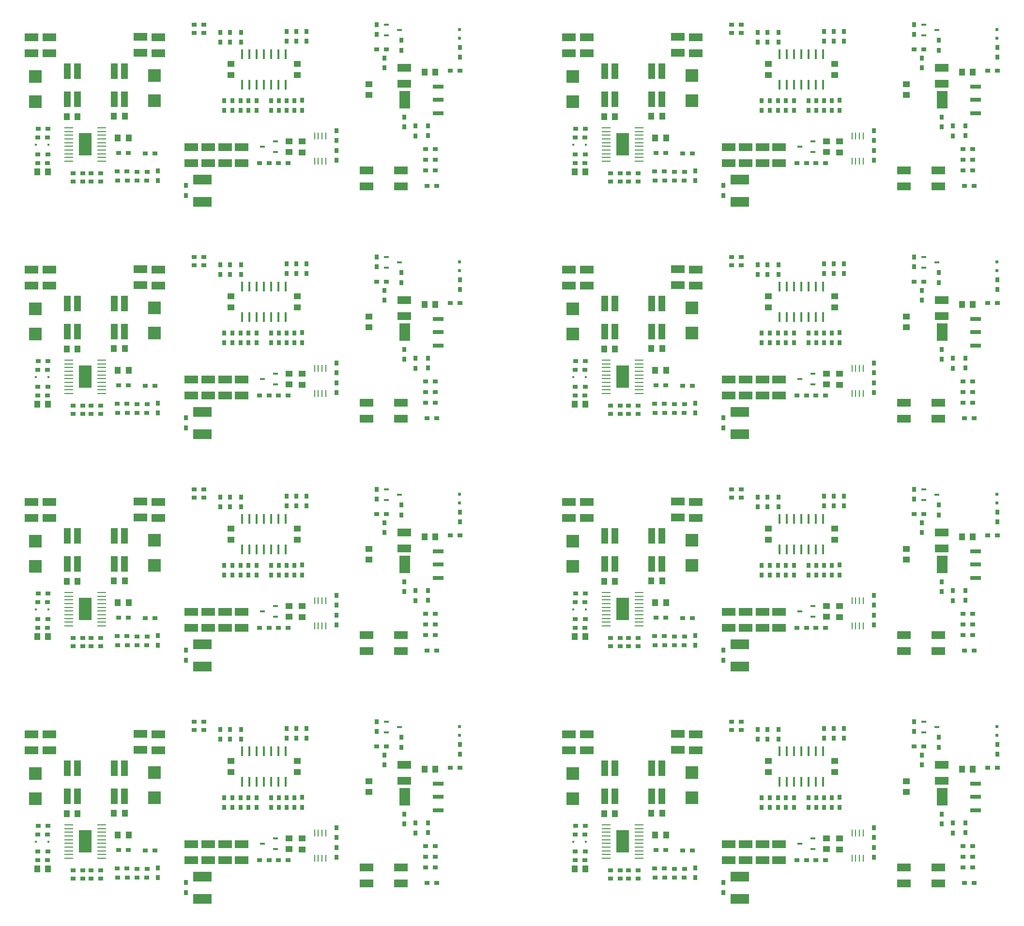
<source format=gbr>
G04 DipTrace 2.4.0.2*
%INTopPaste.gbr*%
%MOIN*%
%ADD48R,0.0156X0.0707*%
%ADD50R,0.0077X0.0471*%
%ADD52R,0.0766X0.1199*%
%ADD54R,0.0766X0.0294*%
%ADD56R,0.0904X0.1573*%
%ADD58R,0.0628X0.0077*%
%ADD60R,0.0471X0.1101*%
%ADD62R,0.0333X0.0176*%
%ADD68R,0.1258X0.0668*%
%ADD70R,0.0235X0.0235*%
%ADD72R,0.0156X0.0156*%
%ADD74R,0.0865X0.0865*%
%ADD76R,0.0313X0.0353*%
%ADD78R,0.051X0.0431*%
%ADD80R,0.0431X0.051*%
%ADD82R,0.0983X0.055*%
%ADD84R,0.0353X0.0313*%
%FSLAX44Y44*%
G04*
G70*
G90*
G75*
G01*
%LNTopPaste*%
%LPD*%
D84*
X9803Y7233D3*
X10472D3*
D82*
X16690Y8491D3*
Y9594D3*
X17861Y8491D3*
Y9594D3*
X19019Y8497D3*
Y9600D3*
X20170Y8497D3*
Y9600D3*
D84*
X11632Y7275D3*
X12302D3*
D80*
X6848Y7903D3*
X6100D3*
D84*
X11614Y7917D3*
X12283D3*
D80*
X11647Y10220D3*
X12395D3*
D78*
X24330Y9235D3*
Y9983D3*
X23432Y9251D3*
Y9999D3*
D82*
X13206Y16086D3*
Y17189D3*
X14424Y16068D3*
Y17171D3*
D80*
X8126Y11702D3*
X8874D3*
X11378Y11720D3*
X12126D3*
D76*
X19538Y12129D3*
Y12798D3*
X19380Y16817D3*
Y17486D3*
D82*
X6926Y17161D3*
Y16058D3*
X5706Y17165D3*
Y16062D3*
D76*
X23809Y12129D3*
Y12798D3*
X23943Y16897D3*
Y17567D3*
D80*
X33507Y14767D3*
X32759D3*
D82*
X31378Y13942D3*
Y15044D3*
D76*
X32128Y11042D3*
Y10373D3*
D78*
X19447Y14566D3*
Y15314D3*
X23993Y14566D3*
Y15314D3*
D82*
X28753Y6878D3*
Y7980D3*
X31128Y6878D3*
Y7980D3*
D78*
X28940Y13190D3*
Y13938D3*
D74*
X5985Y14454D3*
Y12722D3*
X14177Y14539D3*
Y12807D3*
D72*
X6855Y9743D3*
X5988D3*
D70*
X35180Y17690D3*
Y17100D3*
D68*
X17464Y5810D3*
Y7346D3*
D62*
X30141Y18035D3*
Y17287D3*
X31046Y17661D3*
D84*
X9249Y7797D3*
X8580D3*
X9245Y7233D3*
X8576D3*
X10473Y7802D3*
X9803D3*
D76*
X14396Y7950D3*
Y7281D3*
D84*
X13652Y7900D3*
X12982D3*
X13650Y7283D3*
X12980D3*
X6139Y8502D3*
X6808D3*
X11690Y9190D3*
X12359D3*
X6151Y9087D3*
X6820D3*
X14197Y9144D3*
X13528D3*
X6145Y10268D3*
X6814D3*
X6159Y10854D3*
X6828D3*
X22690Y8503D3*
X23359D3*
X22065D3*
X21396D3*
D76*
X26693Y10066D3*
Y10735D3*
Y8691D3*
Y9360D3*
X20101Y12129D3*
Y12798D3*
X21200Y12129D3*
Y12798D3*
X18976Y12804D3*
Y12135D3*
X20130Y17504D3*
Y16835D3*
X20636Y12129D3*
Y12798D3*
X18692Y16817D3*
Y17486D3*
X23278Y12129D3*
Y12798D3*
X22192Y12129D3*
Y12798D3*
X24348Y12808D3*
Y12139D3*
X23255Y17548D3*
Y16879D3*
X22736Y12129D3*
Y12798D3*
X24630Y16879D3*
Y17548D3*
X29999Y15064D3*
Y15733D3*
D84*
X29462Y16312D3*
X30131D3*
X34531Y14846D3*
X35200D3*
D76*
X33003Y10391D3*
Y11060D3*
X31378Y10998D3*
Y11667D3*
X29481Y18035D3*
Y17365D3*
D84*
X17562Y17444D3*
X16893D3*
Y18035D3*
X17562D3*
X32940Y6940D3*
X33609D3*
X33503Y8003D3*
X32833D3*
D76*
X16342Y6273D3*
Y6942D3*
D84*
X33507Y8714D3*
X32838D3*
X33507Y9472D3*
X32838D3*
D76*
X31165Y16273D3*
Y16942D3*
X35190Y15781D3*
Y16450D3*
D60*
X8155Y12894D3*
X8863D3*
Y14823D3*
X8155D3*
X11388Y12886D3*
X12097D3*
Y14815D3*
X11388D3*
D58*
X10546Y8625D3*
Y8881D3*
Y9137D3*
Y9393D3*
Y9649D3*
Y9905D3*
Y10160D3*
Y10416D3*
Y10672D3*
Y10928D3*
X8262D3*
Y10672D3*
Y10416D3*
Y10160D3*
Y9905D3*
Y9649D3*
Y9393D3*
Y9137D3*
Y8881D3*
Y8625D3*
D56*
X9404Y9777D3*
D54*
X33690Y11935D3*
Y12841D3*
Y13746D3*
D52*
X31407Y12841D3*
D50*
X25193Y8628D3*
X25449D3*
X25705D3*
X25961D3*
Y10360D3*
X25705D3*
X25449D3*
X25193D3*
D62*
X22505Y9253D3*
Y10001D3*
X21600Y9627D3*
D48*
X20192Y13879D3*
X20692D3*
X21192D3*
X21692D3*
X22192D3*
X22692D3*
X23192D3*
Y16005D3*
X22692D3*
X22192D3*
X21692D3*
X21192D3*
X20692D3*
X20192D3*
D84*
X46803Y7233D3*
X47472D3*
D82*
X53690Y8491D3*
Y9594D3*
X54861Y8491D3*
Y9594D3*
X56019Y8497D3*
Y9600D3*
X57170Y8497D3*
Y9600D3*
D84*
X48632Y7275D3*
X49302D3*
D80*
X43848Y7903D3*
X43100D3*
D84*
X48614Y7917D3*
X49283D3*
D80*
X48647Y10220D3*
X49395D3*
D78*
X61330Y9235D3*
Y9983D3*
X60432Y9251D3*
Y9999D3*
D82*
X50206Y16086D3*
Y17189D3*
X51424Y16068D3*
Y17171D3*
D80*
X45126Y11702D3*
X45874D3*
X48378Y11720D3*
X49126D3*
D76*
X56538Y12129D3*
Y12798D3*
X56380Y16817D3*
Y17486D3*
D82*
X43926Y17161D3*
Y16058D3*
X42706Y17165D3*
Y16062D3*
D76*
X60809Y12129D3*
Y12798D3*
X60943Y16897D3*
Y17567D3*
D80*
X70507Y14767D3*
X69759D3*
D82*
X68378Y13942D3*
Y15044D3*
D76*
X69128Y11042D3*
Y10373D3*
D78*
X56447Y14566D3*
Y15314D3*
X60993Y14566D3*
Y15314D3*
D82*
X65753Y6878D3*
Y7980D3*
X68128Y6878D3*
Y7980D3*
D78*
X65940Y13190D3*
Y13938D3*
D74*
X42985Y14454D3*
Y12722D3*
X51177Y14539D3*
Y12807D3*
D72*
X43855Y9743D3*
X42988D3*
D70*
X72180Y17690D3*
Y17100D3*
D68*
X54464Y5810D3*
Y7346D3*
D62*
X67141Y18035D3*
Y17287D3*
X68046Y17661D3*
D84*
X46249Y7797D3*
X45580D3*
X46245Y7233D3*
X45576D3*
X47473Y7802D3*
X46803D3*
D76*
X51396Y7950D3*
Y7281D3*
D84*
X50652Y7900D3*
X49982D3*
X50650Y7283D3*
X49980D3*
X43139Y8502D3*
X43808D3*
X48690Y9190D3*
X49359D3*
X43151Y9087D3*
X43820D3*
X51197Y9144D3*
X50528D3*
X43145Y10268D3*
X43814D3*
X43159Y10854D3*
X43828D3*
X59690Y8503D3*
X60359D3*
X59065D3*
X58396D3*
D76*
X63693Y10066D3*
Y10735D3*
Y8691D3*
Y9360D3*
X57101Y12129D3*
Y12798D3*
X58200Y12129D3*
Y12798D3*
X55976Y12804D3*
Y12135D3*
X57130Y17504D3*
Y16835D3*
X57636Y12129D3*
Y12798D3*
X55692Y16817D3*
Y17486D3*
X60278Y12129D3*
Y12798D3*
X59192Y12129D3*
Y12798D3*
X61348Y12808D3*
Y12139D3*
X60255Y17548D3*
Y16879D3*
X59736Y12129D3*
Y12798D3*
X61630Y16879D3*
Y17548D3*
X66999Y15064D3*
Y15733D3*
D84*
X66462Y16312D3*
X67131D3*
X71531Y14846D3*
X72200D3*
D76*
X70003Y10391D3*
Y11060D3*
X68378Y10998D3*
Y11667D3*
X66481Y18035D3*
Y17365D3*
D84*
X54562Y17444D3*
X53893D3*
Y18035D3*
X54562D3*
X69940Y6940D3*
X70609D3*
X70503Y8003D3*
X69833D3*
D76*
X53342Y6273D3*
Y6942D3*
D84*
X70507Y8714D3*
X69838D3*
X70507Y9472D3*
X69838D3*
D76*
X68165Y16273D3*
Y16942D3*
X72190Y15781D3*
Y16450D3*
D60*
X45155Y12894D3*
X45863D3*
Y14823D3*
X45155D3*
X48388Y12886D3*
X49097D3*
Y14815D3*
X48388D3*
D58*
X47546Y8625D3*
Y8881D3*
Y9137D3*
Y9393D3*
Y9649D3*
Y9905D3*
Y10160D3*
Y10416D3*
Y10672D3*
Y10928D3*
X45262D3*
Y10672D3*
Y10416D3*
Y10160D3*
Y9905D3*
Y9649D3*
Y9393D3*
Y9137D3*
Y8881D3*
Y8625D3*
D56*
X46404Y9777D3*
D54*
X70690Y11935D3*
Y12841D3*
Y13746D3*
D52*
X68407Y12841D3*
D50*
X62193Y8628D3*
X62449D3*
X62705D3*
X62961D3*
Y10360D3*
X62705D3*
X62449D3*
X62193D3*
D62*
X59505Y9253D3*
Y10001D3*
X58600Y9627D3*
D48*
X57192Y13879D3*
X57692D3*
X58192D3*
X58692D3*
X59192D3*
X59692D3*
X60192D3*
Y16005D3*
X59692D3*
X59192D3*
X58692D3*
X58192D3*
X57692D3*
X57192D3*
D84*
X9803Y23233D3*
X10472D3*
D82*
X16690Y24491D3*
Y25594D3*
X17861Y24491D3*
Y25594D3*
X19019Y24497D3*
Y25600D3*
X20170Y24497D3*
Y25600D3*
D84*
X11632Y23275D3*
X12302D3*
D80*
X6848Y23903D3*
X6100D3*
D84*
X11614Y23917D3*
X12283D3*
D80*
X11647Y26220D3*
X12395D3*
D78*
X24330Y25235D3*
Y25983D3*
X23432Y25251D3*
Y25999D3*
D82*
X13206Y32086D3*
Y33189D3*
X14424Y32068D3*
Y33171D3*
D80*
X8126Y27702D3*
X8874D3*
X11378Y27720D3*
X12126D3*
D76*
X19538Y28129D3*
Y28798D3*
X19380Y32817D3*
Y33486D3*
D82*
X6926Y33161D3*
Y32058D3*
X5706Y33165D3*
Y32062D3*
D76*
X23809Y28129D3*
Y28798D3*
X23943Y32897D3*
Y33567D3*
D80*
X33507Y30767D3*
X32759D3*
D82*
X31378Y29942D3*
Y31044D3*
D76*
X32128Y27042D3*
Y26373D3*
D78*
X19447Y30566D3*
Y31314D3*
X23993Y30566D3*
Y31314D3*
D82*
X28753Y22878D3*
Y23980D3*
X31128Y22878D3*
Y23980D3*
D78*
X28940Y29190D3*
Y29938D3*
D74*
X5985Y30454D3*
Y28722D3*
X14177Y30539D3*
Y28807D3*
D72*
X6855Y25743D3*
X5988D3*
D70*
X35180Y33690D3*
Y33100D3*
D68*
X17464Y21810D3*
Y23346D3*
D62*
X30141Y34035D3*
Y33287D3*
X31046Y33661D3*
D84*
X9249Y23797D3*
X8580D3*
X9245Y23233D3*
X8576D3*
X10473Y23802D3*
X9803D3*
D76*
X14396Y23950D3*
Y23281D3*
D84*
X13652Y23900D3*
X12982D3*
X13650Y23283D3*
X12980D3*
X6139Y24502D3*
X6808D3*
X11690Y25190D3*
X12359D3*
X6151Y25087D3*
X6820D3*
X14197Y25144D3*
X13528D3*
X6145Y26268D3*
X6814D3*
X6159Y26854D3*
X6828D3*
X22690Y24503D3*
X23359D3*
X22065D3*
X21396D3*
D76*
X26693Y26066D3*
Y26735D3*
Y24691D3*
Y25360D3*
X20101Y28129D3*
Y28798D3*
X21200Y28129D3*
Y28798D3*
X18976Y28804D3*
Y28135D3*
X20130Y33504D3*
Y32835D3*
X20636Y28129D3*
Y28798D3*
X18692Y32817D3*
Y33486D3*
X23278Y28129D3*
Y28798D3*
X22192Y28129D3*
Y28798D3*
X24348Y28808D3*
Y28139D3*
X23255Y33548D3*
Y32879D3*
X22736Y28129D3*
Y28798D3*
X24630Y32879D3*
Y33548D3*
X29999Y31064D3*
Y31733D3*
D84*
X29462Y32312D3*
X30131D3*
X34531Y30846D3*
X35200D3*
D76*
X33003Y26391D3*
Y27060D3*
X31378Y26998D3*
Y27667D3*
X29481Y34035D3*
Y33365D3*
D84*
X17562Y33444D3*
X16893D3*
Y34035D3*
X17562D3*
X32940Y22940D3*
X33609D3*
X33503Y24003D3*
X32833D3*
D76*
X16342Y22273D3*
Y22942D3*
D84*
X33507Y24714D3*
X32838D3*
X33507Y25472D3*
X32838D3*
D76*
X31165Y32273D3*
Y32942D3*
X35190Y31781D3*
Y32450D3*
D60*
X8155Y28894D3*
X8863D3*
Y30823D3*
X8155D3*
X11388Y28886D3*
X12097D3*
Y30815D3*
X11388D3*
D58*
X10546Y24625D3*
Y24881D3*
Y25137D3*
Y25393D3*
Y25649D3*
Y25905D3*
Y26160D3*
Y26416D3*
Y26672D3*
Y26928D3*
X8262D3*
Y26672D3*
Y26416D3*
Y26160D3*
Y25905D3*
Y25649D3*
Y25393D3*
Y25137D3*
Y24881D3*
Y24625D3*
D56*
X9404Y25777D3*
D54*
X33690Y27935D3*
Y28841D3*
Y29746D3*
D52*
X31407Y28841D3*
D50*
X25193Y24628D3*
X25449D3*
X25705D3*
X25961D3*
Y26360D3*
X25705D3*
X25449D3*
X25193D3*
D62*
X22505Y25253D3*
Y26001D3*
X21600Y25627D3*
D48*
X20192Y29879D3*
X20692D3*
X21192D3*
X21692D3*
X22192D3*
X22692D3*
X23192D3*
Y32005D3*
X22692D3*
X22192D3*
X21692D3*
X21192D3*
X20692D3*
X20192D3*
D84*
X46803Y23233D3*
X47472D3*
D82*
X53690Y24491D3*
Y25594D3*
X54861Y24491D3*
Y25594D3*
X56019Y24497D3*
Y25600D3*
X57170Y24497D3*
Y25600D3*
D84*
X48632Y23275D3*
X49302D3*
D80*
X43848Y23903D3*
X43100D3*
D84*
X48614Y23917D3*
X49283D3*
D80*
X48647Y26220D3*
X49395D3*
D78*
X61330Y25235D3*
Y25983D3*
X60432Y25251D3*
Y25999D3*
D82*
X50206Y32086D3*
Y33189D3*
X51424Y32068D3*
Y33171D3*
D80*
X45126Y27702D3*
X45874D3*
X48378Y27720D3*
X49126D3*
D76*
X56538Y28129D3*
Y28798D3*
X56380Y32817D3*
Y33486D3*
D82*
X43926Y33161D3*
Y32058D3*
X42706Y33165D3*
Y32062D3*
D76*
X60809Y28129D3*
Y28798D3*
X60943Y32897D3*
Y33567D3*
D80*
X70507Y30767D3*
X69759D3*
D82*
X68378Y29942D3*
Y31044D3*
D76*
X69128Y27042D3*
Y26373D3*
D78*
X56447Y30566D3*
Y31314D3*
X60993Y30566D3*
Y31314D3*
D82*
X65753Y22878D3*
Y23980D3*
X68128Y22878D3*
Y23980D3*
D78*
X65940Y29190D3*
Y29938D3*
D74*
X42985Y30454D3*
Y28722D3*
X51177Y30539D3*
Y28807D3*
D72*
X43855Y25743D3*
X42988D3*
D70*
X72180Y33690D3*
Y33100D3*
D68*
X54464Y21810D3*
Y23346D3*
D62*
X67141Y34035D3*
Y33287D3*
X68046Y33661D3*
D84*
X46249Y23797D3*
X45580D3*
X46245Y23233D3*
X45576D3*
X47473Y23802D3*
X46803D3*
D76*
X51396Y23950D3*
Y23281D3*
D84*
X50652Y23900D3*
X49982D3*
X50650Y23283D3*
X49980D3*
X43139Y24502D3*
X43808D3*
X48690Y25190D3*
X49359D3*
X43151Y25087D3*
X43820D3*
X51197Y25144D3*
X50528D3*
X43145Y26268D3*
X43814D3*
X43159Y26854D3*
X43828D3*
X59690Y24503D3*
X60359D3*
X59065D3*
X58396D3*
D76*
X63693Y26066D3*
Y26735D3*
Y24691D3*
Y25360D3*
X57101Y28129D3*
Y28798D3*
X58200Y28129D3*
Y28798D3*
X55976Y28804D3*
Y28135D3*
X57130Y33504D3*
Y32835D3*
X57636Y28129D3*
Y28798D3*
X55692Y32817D3*
Y33486D3*
X60278Y28129D3*
Y28798D3*
X59192Y28129D3*
Y28798D3*
X61348Y28808D3*
Y28139D3*
X60255Y33548D3*
Y32879D3*
X59736Y28129D3*
Y28798D3*
X61630Y32879D3*
Y33548D3*
X66999Y31064D3*
Y31733D3*
D84*
X66462Y32312D3*
X67131D3*
X71531Y30846D3*
X72200D3*
D76*
X70003Y26391D3*
Y27060D3*
X68378Y26998D3*
Y27667D3*
X66481Y34035D3*
Y33365D3*
D84*
X54562Y33444D3*
X53893D3*
Y34035D3*
X54562D3*
X69940Y22940D3*
X70609D3*
X70503Y24003D3*
X69833D3*
D76*
X53342Y22273D3*
Y22942D3*
D84*
X70507Y24714D3*
X69838D3*
X70507Y25472D3*
X69838D3*
D76*
X68165Y32273D3*
Y32942D3*
X72190Y31781D3*
Y32450D3*
D60*
X45155Y28894D3*
X45863D3*
Y30823D3*
X45155D3*
X48388Y28886D3*
X49097D3*
Y30815D3*
X48388D3*
D58*
X47546Y24625D3*
Y24881D3*
Y25137D3*
Y25393D3*
Y25649D3*
Y25905D3*
Y26160D3*
Y26416D3*
Y26672D3*
Y26928D3*
X45262D3*
Y26672D3*
Y26416D3*
Y26160D3*
Y25905D3*
Y25649D3*
Y25393D3*
Y25137D3*
Y24881D3*
Y24625D3*
D56*
X46404Y25777D3*
D54*
X70690Y27935D3*
Y28841D3*
Y29746D3*
D52*
X68407Y28841D3*
D50*
X62193Y24628D3*
X62449D3*
X62705D3*
X62961D3*
Y26360D3*
X62705D3*
X62449D3*
X62193D3*
D62*
X59505Y25253D3*
Y26001D3*
X58600Y25627D3*
D48*
X57192Y29879D3*
X57692D3*
X58192D3*
X58692D3*
X59192D3*
X59692D3*
X60192D3*
Y32005D3*
X59692D3*
X59192D3*
X58692D3*
X58192D3*
X57692D3*
X57192D3*
D84*
X9803Y39233D3*
X10472D3*
D82*
X16690Y40491D3*
Y41594D3*
X17861Y40491D3*
Y41594D3*
X19019Y40497D3*
Y41600D3*
X20170Y40497D3*
Y41600D3*
D84*
X11632Y39275D3*
X12302D3*
D80*
X6848Y39903D3*
X6100D3*
D84*
X11614Y39917D3*
X12283D3*
D80*
X11647Y42220D3*
X12395D3*
D78*
X24330Y41235D3*
Y41983D3*
X23432Y41251D3*
Y41999D3*
D82*
X13206Y48086D3*
Y49189D3*
X14424Y48068D3*
Y49171D3*
D80*
X8126Y43702D3*
X8874D3*
X11378Y43720D3*
X12126D3*
D76*
X19538Y44129D3*
Y44798D3*
X19380Y48817D3*
Y49486D3*
D82*
X6926Y49161D3*
Y48058D3*
X5706Y49165D3*
Y48062D3*
D76*
X23809Y44129D3*
Y44798D3*
X23943Y48897D3*
Y49567D3*
D80*
X33507Y46767D3*
X32759D3*
D82*
X31378Y45942D3*
Y47044D3*
D76*
X32128Y43042D3*
Y42373D3*
D78*
X19447Y46566D3*
Y47314D3*
X23993Y46566D3*
Y47314D3*
D82*
X28753Y38878D3*
Y39980D3*
X31128Y38878D3*
Y39980D3*
D78*
X28940Y45190D3*
Y45938D3*
D74*
X5985Y46454D3*
Y44722D3*
X14177Y46539D3*
Y44807D3*
D72*
X6855Y41743D3*
X5988D3*
D70*
X35180Y49690D3*
Y49100D3*
D68*
X17464Y37810D3*
Y39346D3*
D62*
X30141Y50035D3*
Y49287D3*
X31046Y49661D3*
D84*
X9249Y39797D3*
X8580D3*
X9245Y39233D3*
X8576D3*
X10473Y39802D3*
X9803D3*
D76*
X14396Y39950D3*
Y39281D3*
D84*
X13652Y39900D3*
X12982D3*
X13650Y39283D3*
X12980D3*
X6139Y40502D3*
X6808D3*
X11690Y41190D3*
X12359D3*
X6151Y41087D3*
X6820D3*
X14197Y41144D3*
X13528D3*
X6145Y42268D3*
X6814D3*
X6159Y42854D3*
X6828D3*
X22690Y40503D3*
X23359D3*
X22065D3*
X21396D3*
D76*
X26693Y42066D3*
Y42735D3*
Y40691D3*
Y41360D3*
X20101Y44129D3*
Y44798D3*
X21200Y44129D3*
Y44798D3*
X18976Y44804D3*
Y44135D3*
X20130Y49504D3*
Y48835D3*
X20636Y44129D3*
Y44798D3*
X18692Y48817D3*
Y49486D3*
X23278Y44129D3*
Y44798D3*
X22192Y44129D3*
Y44798D3*
X24348Y44808D3*
Y44139D3*
X23255Y49548D3*
Y48879D3*
X22736Y44129D3*
Y44798D3*
X24630Y48879D3*
Y49548D3*
X29999Y47064D3*
Y47733D3*
D84*
X29462Y48312D3*
X30131D3*
X34531Y46846D3*
X35200D3*
D76*
X33003Y42391D3*
Y43060D3*
X31378Y42998D3*
Y43667D3*
X29481Y50035D3*
Y49365D3*
D84*
X17562Y49444D3*
X16893D3*
Y50035D3*
X17562D3*
X32940Y38940D3*
X33609D3*
X33503Y40003D3*
X32833D3*
D76*
X16342Y38273D3*
Y38942D3*
D84*
X33507Y40714D3*
X32838D3*
X33507Y41472D3*
X32838D3*
D76*
X31165Y48273D3*
Y48942D3*
X35190Y47781D3*
Y48450D3*
D60*
X8155Y44894D3*
X8863D3*
Y46823D3*
X8155D3*
X11388Y44886D3*
X12097D3*
Y46815D3*
X11388D3*
D58*
X10546Y40625D3*
Y40881D3*
Y41137D3*
Y41393D3*
Y41649D3*
Y41905D3*
Y42160D3*
Y42416D3*
Y42672D3*
Y42928D3*
X8262D3*
Y42672D3*
Y42416D3*
Y42160D3*
Y41905D3*
Y41649D3*
Y41393D3*
Y41137D3*
Y40881D3*
Y40625D3*
D56*
X9404Y41777D3*
D54*
X33690Y43935D3*
Y44841D3*
Y45746D3*
D52*
X31407Y44841D3*
D50*
X25193Y40628D3*
X25449D3*
X25705D3*
X25961D3*
Y42360D3*
X25705D3*
X25449D3*
X25193D3*
D62*
X22505Y41253D3*
Y42001D3*
X21600Y41627D3*
D48*
X20192Y45879D3*
X20692D3*
X21192D3*
X21692D3*
X22192D3*
X22692D3*
X23192D3*
Y48005D3*
X22692D3*
X22192D3*
X21692D3*
X21192D3*
X20692D3*
X20192D3*
D84*
X46803Y39233D3*
X47472D3*
D82*
X53690Y40491D3*
Y41594D3*
X54861Y40491D3*
Y41594D3*
X56019Y40497D3*
Y41600D3*
X57170Y40497D3*
Y41600D3*
D84*
X48632Y39275D3*
X49302D3*
D80*
X43848Y39903D3*
X43100D3*
D84*
X48614Y39917D3*
X49283D3*
D80*
X48647Y42220D3*
X49395D3*
D78*
X61330Y41235D3*
Y41983D3*
X60432Y41251D3*
Y41999D3*
D82*
X50206Y48086D3*
Y49189D3*
X51424Y48068D3*
Y49171D3*
D80*
X45126Y43702D3*
X45874D3*
X48378Y43720D3*
X49126D3*
D76*
X56538Y44129D3*
Y44798D3*
X56380Y48817D3*
Y49486D3*
D82*
X43926Y49161D3*
Y48058D3*
X42706Y49165D3*
Y48062D3*
D76*
X60809Y44129D3*
Y44798D3*
X60943Y48897D3*
Y49567D3*
D80*
X70507Y46767D3*
X69759D3*
D82*
X68378Y45942D3*
Y47044D3*
D76*
X69128Y43042D3*
Y42373D3*
D78*
X56447Y46566D3*
Y47314D3*
X60993Y46566D3*
Y47314D3*
D82*
X65753Y38878D3*
Y39980D3*
X68128Y38878D3*
Y39980D3*
D78*
X65940Y45190D3*
Y45938D3*
D74*
X42985Y46454D3*
Y44722D3*
X51177Y46539D3*
Y44807D3*
D72*
X43855Y41743D3*
X42988D3*
D70*
X72180Y49690D3*
Y49100D3*
D68*
X54464Y37810D3*
Y39346D3*
D62*
X67141Y50035D3*
Y49287D3*
X68046Y49661D3*
D84*
X46249Y39797D3*
X45580D3*
X46245Y39233D3*
X45576D3*
X47473Y39802D3*
X46803D3*
D76*
X51396Y39950D3*
Y39281D3*
D84*
X50652Y39900D3*
X49982D3*
X50650Y39283D3*
X49980D3*
X43139Y40502D3*
X43808D3*
X48690Y41190D3*
X49359D3*
X43151Y41087D3*
X43820D3*
X51197Y41144D3*
X50528D3*
X43145Y42268D3*
X43814D3*
X43159Y42854D3*
X43828D3*
X59690Y40503D3*
X60359D3*
X59065D3*
X58396D3*
D76*
X63693Y42066D3*
Y42735D3*
Y40691D3*
Y41360D3*
X57101Y44129D3*
Y44798D3*
X58200Y44129D3*
Y44798D3*
X55976Y44804D3*
Y44135D3*
X57130Y49504D3*
Y48835D3*
X57636Y44129D3*
Y44798D3*
X55692Y48817D3*
Y49486D3*
X60278Y44129D3*
Y44798D3*
X59192Y44129D3*
Y44798D3*
X61348Y44808D3*
Y44139D3*
X60255Y49548D3*
Y48879D3*
X59736Y44129D3*
Y44798D3*
X61630Y48879D3*
Y49548D3*
X66999Y47064D3*
Y47733D3*
D84*
X66462Y48312D3*
X67131D3*
X71531Y46846D3*
X72200D3*
D76*
X70003Y42391D3*
Y43060D3*
X68378Y42998D3*
Y43667D3*
X66481Y50035D3*
Y49365D3*
D84*
X54562Y49444D3*
X53893D3*
Y50035D3*
X54562D3*
X69940Y38940D3*
X70609D3*
X70503Y40003D3*
X69833D3*
D76*
X53342Y38273D3*
Y38942D3*
D84*
X70507Y40714D3*
X69838D3*
X70507Y41472D3*
X69838D3*
D76*
X68165Y48273D3*
Y48942D3*
X72190Y47781D3*
Y48450D3*
D60*
X45155Y44894D3*
X45863D3*
Y46823D3*
X45155D3*
X48388Y44886D3*
X49097D3*
Y46815D3*
X48388D3*
D58*
X47546Y40625D3*
Y40881D3*
Y41137D3*
Y41393D3*
Y41649D3*
Y41905D3*
Y42160D3*
Y42416D3*
Y42672D3*
Y42928D3*
X45262D3*
Y42672D3*
Y42416D3*
Y42160D3*
Y41905D3*
Y41649D3*
Y41393D3*
Y41137D3*
Y40881D3*
Y40625D3*
D56*
X46404Y41777D3*
D54*
X70690Y43935D3*
Y44841D3*
Y45746D3*
D52*
X68407Y44841D3*
D50*
X62193Y40628D3*
X62449D3*
X62705D3*
X62961D3*
Y42360D3*
X62705D3*
X62449D3*
X62193D3*
D62*
X59505Y41253D3*
Y42001D3*
X58600Y41627D3*
D48*
X57192Y45879D3*
X57692D3*
X58192D3*
X58692D3*
X59192D3*
X59692D3*
X60192D3*
Y48005D3*
X59692D3*
X59192D3*
X58692D3*
X58192D3*
X57692D3*
X57192D3*
D84*
X9803Y55233D3*
X10472D3*
D82*
X16690Y56491D3*
Y57594D3*
X17861Y56491D3*
Y57594D3*
X19019Y56497D3*
Y57600D3*
X20170Y56497D3*
Y57600D3*
D84*
X11632Y55275D3*
X12302D3*
D80*
X6848Y55903D3*
X6100D3*
D84*
X11614Y55917D3*
X12283D3*
D80*
X11647Y58220D3*
X12395D3*
D78*
X24330Y57235D3*
Y57983D3*
X23432Y57251D3*
Y57999D3*
D82*
X13206Y64086D3*
Y65189D3*
X14424Y64068D3*
Y65171D3*
D80*
X8126Y59702D3*
X8874D3*
X11378Y59720D3*
X12126D3*
D76*
X19538Y60129D3*
Y60798D3*
X19380Y64817D3*
Y65486D3*
D82*
X6926Y65161D3*
Y64058D3*
X5706Y65165D3*
Y64062D3*
D76*
X23809Y60129D3*
Y60798D3*
X23943Y64897D3*
Y65567D3*
D80*
X33507Y62767D3*
X32759D3*
D82*
X31378Y61942D3*
Y63044D3*
D76*
X32128Y59042D3*
Y58373D3*
D78*
X19447Y62566D3*
Y63314D3*
X23993Y62566D3*
Y63314D3*
D82*
X28753Y54878D3*
Y55980D3*
X31128Y54878D3*
Y55980D3*
D78*
X28940Y61190D3*
Y61938D3*
D74*
X5985Y62454D3*
Y60722D3*
X14177Y62539D3*
Y60807D3*
D72*
X6855Y57743D3*
X5988D3*
D70*
X35180Y65690D3*
Y65100D3*
D68*
X17464Y53810D3*
Y55346D3*
D62*
X30141Y66035D3*
Y65287D3*
X31046Y65661D3*
D84*
X9249Y55797D3*
X8580D3*
X9245Y55233D3*
X8576D3*
X10473Y55802D3*
X9803D3*
D76*
X14396Y55950D3*
Y55281D3*
D84*
X13652Y55900D3*
X12982D3*
X13650Y55283D3*
X12980D3*
X6139Y56502D3*
X6808D3*
X11690Y57190D3*
X12359D3*
X6151Y57087D3*
X6820D3*
X14197Y57144D3*
X13528D3*
X6145Y58268D3*
X6814D3*
X6159Y58854D3*
X6828D3*
X22690Y56503D3*
X23359D3*
X22065D3*
X21396D3*
D76*
X26693Y58066D3*
Y58735D3*
Y56691D3*
Y57360D3*
X20101Y60129D3*
Y60798D3*
X21200Y60129D3*
Y60798D3*
X18976Y60804D3*
Y60135D3*
X20130Y65504D3*
Y64835D3*
X20636Y60129D3*
Y60798D3*
X18692Y64817D3*
Y65486D3*
X23278Y60129D3*
Y60798D3*
X22192Y60129D3*
Y60798D3*
X24348Y60808D3*
Y60139D3*
X23255Y65548D3*
Y64879D3*
X22736Y60129D3*
Y60798D3*
X24630Y64879D3*
Y65548D3*
X29999Y63064D3*
Y63733D3*
D84*
X29462Y64312D3*
X30131D3*
X34531Y62846D3*
X35200D3*
D76*
X33003Y58391D3*
Y59060D3*
X31378Y58998D3*
Y59667D3*
X29481Y66035D3*
Y65365D3*
D84*
X17562Y65444D3*
X16893D3*
Y66035D3*
X17562D3*
X32940Y54940D3*
X33609D3*
X33503Y56003D3*
X32833D3*
D76*
X16342Y54273D3*
Y54942D3*
D84*
X33507Y56714D3*
X32838D3*
X33507Y57472D3*
X32838D3*
D76*
X31165Y64273D3*
Y64942D3*
X35190Y63781D3*
Y64450D3*
D60*
X8155Y60894D3*
X8863D3*
Y62823D3*
X8155D3*
X11388Y60886D3*
X12097D3*
Y62815D3*
X11388D3*
D58*
X10546Y56625D3*
Y56881D3*
Y57137D3*
Y57393D3*
Y57649D3*
Y57905D3*
Y58160D3*
Y58416D3*
Y58672D3*
Y58928D3*
X8262D3*
Y58672D3*
Y58416D3*
Y58160D3*
Y57905D3*
Y57649D3*
Y57393D3*
Y57137D3*
Y56881D3*
Y56625D3*
D56*
X9404Y57777D3*
D54*
X33690Y59935D3*
Y60841D3*
Y61746D3*
D52*
X31407Y60841D3*
D50*
X25193Y56628D3*
X25449D3*
X25705D3*
X25961D3*
Y58360D3*
X25705D3*
X25449D3*
X25193D3*
D62*
X22505Y57253D3*
Y58001D3*
X21600Y57627D3*
D48*
X20192Y61879D3*
X20692D3*
X21192D3*
X21692D3*
X22192D3*
X22692D3*
X23192D3*
Y64005D3*
X22692D3*
X22192D3*
X21692D3*
X21192D3*
X20692D3*
X20192D3*
D84*
X46803Y55233D3*
X47472D3*
D82*
X53690Y56491D3*
Y57594D3*
X54861Y56491D3*
Y57594D3*
X56019Y56497D3*
Y57600D3*
X57170Y56497D3*
Y57600D3*
D84*
X48632Y55275D3*
X49302D3*
D80*
X43848Y55903D3*
X43100D3*
D84*
X48614Y55917D3*
X49283D3*
D80*
X48647Y58220D3*
X49395D3*
D78*
X61330Y57235D3*
Y57983D3*
X60432Y57251D3*
Y57999D3*
D82*
X50206Y64086D3*
Y65189D3*
X51424Y64068D3*
Y65171D3*
D80*
X45126Y59702D3*
X45874D3*
X48378Y59720D3*
X49126D3*
D76*
X56538Y60129D3*
Y60798D3*
X56380Y64817D3*
Y65486D3*
D82*
X43926Y65161D3*
Y64058D3*
X42706Y65165D3*
Y64062D3*
D76*
X60809Y60129D3*
Y60798D3*
X60943Y64897D3*
Y65567D3*
D80*
X70507Y62767D3*
X69759D3*
D82*
X68378Y61942D3*
Y63044D3*
D76*
X69128Y59042D3*
Y58373D3*
D78*
X56447Y62566D3*
Y63314D3*
X60993Y62566D3*
Y63314D3*
D82*
X65753Y54878D3*
Y55980D3*
X68128Y54878D3*
Y55980D3*
D78*
X65940Y61190D3*
Y61938D3*
D74*
X42985Y62454D3*
Y60722D3*
X51177Y62539D3*
Y60807D3*
D72*
X43855Y57743D3*
X42988D3*
D70*
X72180Y65690D3*
Y65100D3*
D68*
X54464Y53810D3*
Y55346D3*
D62*
X67141Y66035D3*
Y65287D3*
X68046Y65661D3*
D84*
X46249Y55797D3*
X45580D3*
X46245Y55233D3*
X45576D3*
X47473Y55802D3*
X46803D3*
D76*
X51396Y55950D3*
Y55281D3*
D84*
X50652Y55900D3*
X49982D3*
X50650Y55283D3*
X49980D3*
X43139Y56502D3*
X43808D3*
X48690Y57190D3*
X49359D3*
X43151Y57087D3*
X43820D3*
X51197Y57144D3*
X50528D3*
X43145Y58268D3*
X43814D3*
X43159Y58854D3*
X43828D3*
X59690Y56503D3*
X60359D3*
X59065D3*
X58396D3*
D76*
X63693Y58066D3*
Y58735D3*
Y56691D3*
Y57360D3*
X57101Y60129D3*
Y60798D3*
X58200Y60129D3*
Y60798D3*
X55976Y60804D3*
Y60135D3*
X57130Y65504D3*
Y64835D3*
X57636Y60129D3*
Y60798D3*
X55692Y64817D3*
Y65486D3*
X60278Y60129D3*
Y60798D3*
X59192Y60129D3*
Y60798D3*
X61348Y60808D3*
Y60139D3*
X60255Y65548D3*
Y64879D3*
X59736Y60129D3*
Y60798D3*
X61630Y64879D3*
Y65548D3*
X66999Y63064D3*
Y63733D3*
D84*
X66462Y64312D3*
X67131D3*
X71531Y62846D3*
X72200D3*
D76*
X70003Y58391D3*
Y59060D3*
X68378Y58998D3*
Y59667D3*
X66481Y66035D3*
Y65365D3*
D84*
X54562Y65444D3*
X53893D3*
Y66035D3*
X54562D3*
X69940Y54940D3*
X70609D3*
X70503Y56003D3*
X69833D3*
D76*
X53342Y54273D3*
Y54942D3*
D84*
X70507Y56714D3*
X69838D3*
X70507Y57472D3*
X69838D3*
D76*
X68165Y64273D3*
Y64942D3*
X72190Y63781D3*
Y64450D3*
D60*
X45155Y60894D3*
X45863D3*
Y62823D3*
X45155D3*
X48388Y60886D3*
X49097D3*
Y62815D3*
X48388D3*
D58*
X47546Y56625D3*
Y56881D3*
Y57137D3*
Y57393D3*
Y57649D3*
Y57905D3*
Y58160D3*
Y58416D3*
Y58672D3*
Y58928D3*
X45262D3*
Y58672D3*
Y58416D3*
Y58160D3*
Y57905D3*
Y57649D3*
Y57393D3*
Y57137D3*
Y56881D3*
Y56625D3*
D56*
X46404Y57777D3*
D54*
X70690Y59935D3*
Y60841D3*
Y61746D3*
D52*
X68407Y60841D3*
D50*
X62193Y56628D3*
X62449D3*
X62705D3*
X62961D3*
Y58360D3*
X62705D3*
X62449D3*
X62193D3*
D62*
X59505Y57253D3*
Y58001D3*
X58600Y57627D3*
D48*
X57192Y61879D3*
X57692D3*
X58192D3*
X58692D3*
X59192D3*
X59692D3*
X60192D3*
Y64005D3*
X59692D3*
X59192D3*
X58692D3*
X58192D3*
X57692D3*
X57192D3*
M02*

</source>
